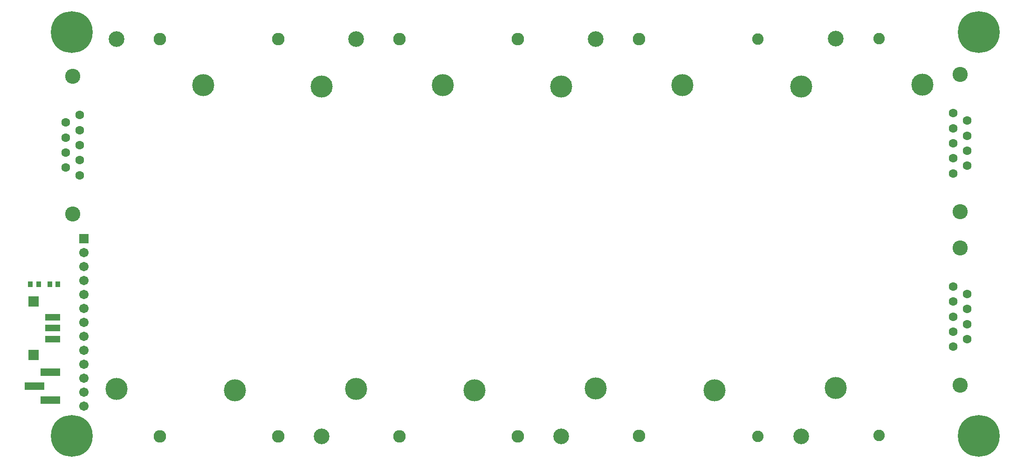
<source format=gbs>
G04*
G04 #@! TF.GenerationSoftware,Altium Limited,Altium Designer,20.2.6 (244)*
G04*
G04 Layer_Color=16711935*
%FSLAX25Y25*%
%MOIN*%
G70*
G04*
G04 #@! TF.SameCoordinates,A281CC0B-DA72-4783-A236-2048B1716941*
G04*
G04*
G04 #@! TF.FilePolarity,Negative*
G04*
G01*
G75*
%ADD31R,0.03556X0.04343*%
%ADD43C,0.09000*%
%ADD44C,0.15800*%
%ADD45C,0.11200*%
%ADD46C,0.10800*%
%ADD47C,0.06300*%
%ADD48C,0.08200*%
%ADD49C,0.29934*%
%ADD50C,0.06706*%
%ADD51R,0.06706X0.06706*%
%ADD66R,0.10839X0.04737*%
%ADD67R,0.07493X0.07493*%
%ADD68R,0.14304X0.05800*%
G36*
X-8316Y23059D02*
Y28461D01*
X-22221D01*
Y23059D01*
X-8316D01*
D02*
G37*
G36*
X-19812Y33059D02*
Y38461D01*
X-33717D01*
Y33059D01*
X-19812D01*
D02*
G37*
G36*
X-8316Y43059D02*
Y48461D01*
X-22221D01*
Y43059D01*
X-8316D01*
D02*
G37*
D31*
X-9894Y108730D02*
D03*
X-15800D02*
D03*
X-29717D02*
D03*
X-23812D02*
D03*
D43*
X405767Y-80D02*
D03*
Y284420D02*
D03*
X147547Y-120D02*
D03*
Y284380D02*
D03*
X234223Y-170D02*
D03*
Y284330D02*
D03*
X318995Y-120D02*
D03*
Y284380D02*
D03*
X62870Y-170D02*
D03*
Y284330D02*
D03*
D44*
X436767Y251420D02*
D03*
X374767Y33920D02*
D03*
X178547Y250380D02*
D03*
X116547Y32880D02*
D03*
X265223Y251330D02*
D03*
X203223Y33830D02*
D03*
X349995Y250380D02*
D03*
X287995Y32880D02*
D03*
X546310Y34230D02*
D03*
X608310Y251730D02*
D03*
X93870Y251330D02*
D03*
X31870Y33830D02*
D03*
X521538Y250380D02*
D03*
X459538Y32880D02*
D03*
D45*
X374767Y284420D02*
D03*
X178547Y-120D02*
D03*
X203223Y284330D02*
D03*
X349995Y-120D02*
D03*
X546310Y284730D02*
D03*
X31870Y284330D02*
D03*
X521538Y-120D02*
D03*
D46*
X635251Y36301D02*
D03*
Y134701D02*
D03*
Y160551D02*
D03*
Y258951D02*
D03*
X600Y159210D02*
D03*
Y257610D02*
D03*
D47*
X630220Y63926D02*
D03*
X640220Y69320D02*
D03*
X630220Y74714D02*
D03*
X640220Y80107D02*
D03*
X630220Y85501D02*
D03*
X640220Y90895D02*
D03*
X630220Y96289D02*
D03*
X640220Y101682D02*
D03*
X630220Y107076D02*
D03*
Y188176D02*
D03*
X640220Y193570D02*
D03*
X630220Y198964D02*
D03*
X640220Y204357D02*
D03*
X630220Y209751D02*
D03*
X640220Y215145D02*
D03*
X630220Y220538D02*
D03*
X640220Y225932D02*
D03*
X630220Y231326D02*
D03*
X5631Y186835D02*
D03*
X-4369Y192229D02*
D03*
X5631Y197623D02*
D03*
X-4369Y203016D02*
D03*
X5631Y208410D02*
D03*
X-4369Y213804D02*
D03*
X5631Y219197D02*
D03*
X-4369Y224591D02*
D03*
X5631Y229985D02*
D03*
D48*
X577310Y284730D02*
D03*
Y230D02*
D03*
X490538Y-120D02*
D03*
Y284380D02*
D03*
D49*
X0Y289340D02*
D03*
Y0D02*
D03*
X648700D02*
D03*
Y289340D02*
D03*
D50*
X8579Y61417D02*
D03*
Y51417D02*
D03*
Y21417D02*
D03*
Y31417D02*
D03*
Y41417D02*
D03*
Y131417D02*
D03*
Y121417D02*
D03*
Y111417D02*
D03*
Y101417D02*
D03*
Y71417D02*
D03*
Y81417D02*
D03*
Y91417D02*
D03*
D51*
Y141417D02*
D03*
D66*
X-13536Y69376D02*
D03*
Y77250D02*
D03*
Y85124D02*
D03*
D67*
X-27217Y57959D02*
D03*
Y96541D02*
D03*
D68*
X-15268Y25760D02*
D03*
X-26764Y35760D02*
D03*
X-15268Y45760D02*
D03*
M02*

</source>
